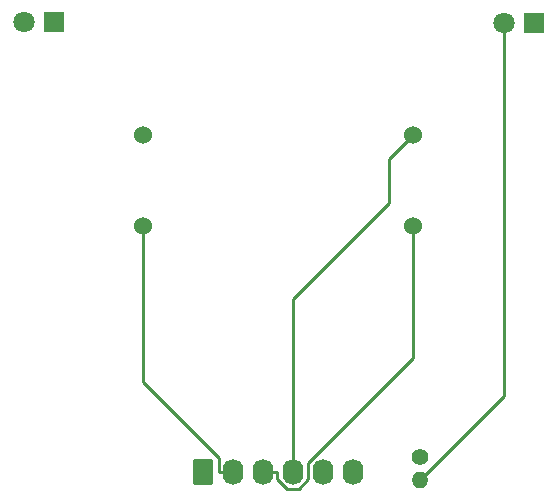
<source format=gbr>
%TF.GenerationSoftware,KiCad,Pcbnew,(6.0.7-1)-1*%
%TF.CreationDate,2023-11-11T10:51:09+10:00*%
%TF.ProjectId,Simmeters Small Engine Replacement,53696d6d-6574-4657-9273-20536d616c6c,rev?*%
%TF.SameCoordinates,Original*%
%TF.FileFunction,Copper,L1,Top*%
%TF.FilePolarity,Positive*%
%FSLAX46Y46*%
G04 Gerber Fmt 4.6, Leading zero omitted, Abs format (unit mm)*
G04 Created by KiCad (PCBNEW (6.0.7-1)-1) date 2023-11-11 10:51:09*
%MOMM*%
%LPD*%
G01*
G04 APERTURE LIST*
G04 Aperture macros list*
%AMRoundRect*
0 Rectangle with rounded corners*
0 $1 Rounding radius*
0 $2 $3 $4 $5 $6 $7 $8 $9 X,Y pos of 4 corners*
0 Add a 4 corners polygon primitive as box body*
4,1,4,$2,$3,$4,$5,$6,$7,$8,$9,$2,$3,0*
0 Add four circle primitives for the rounded corners*
1,1,$1+$1,$2,$3*
1,1,$1+$1,$4,$5*
1,1,$1+$1,$6,$7*
1,1,$1+$1,$8,$9*
0 Add four rect primitives between the rounded corners*
20,1,$1+$1,$2,$3,$4,$5,0*
20,1,$1+$1,$4,$5,$6,$7,0*
20,1,$1+$1,$6,$7,$8,$9,0*
20,1,$1+$1,$8,$9,$2,$3,0*%
G04 Aperture macros list end*
%TA.AperFunction,ComponentPad*%
%ADD10C,1.524000*%
%TD*%
%TA.AperFunction,ComponentPad*%
%ADD11C,1.400000*%
%TD*%
%TA.AperFunction,ComponentPad*%
%ADD12O,1.400000X1.400000*%
%TD*%
%TA.AperFunction,ComponentPad*%
%ADD13RoundRect,0.250000X-0.620000X-0.845000X0.620000X-0.845000X0.620000X0.845000X-0.620000X0.845000X0*%
%TD*%
%TA.AperFunction,ComponentPad*%
%ADD14O,1.740000X2.190000*%
%TD*%
%TA.AperFunction,ComponentPad*%
%ADD15C,1.800000*%
%TD*%
%TA.AperFunction,ComponentPad*%
%ADD16R,1.800000X1.800000*%
%TD*%
%TA.AperFunction,Conductor*%
%ADD17C,0.250000*%
%TD*%
G04 APERTURE END LIST*
D10*
%TO.P,M1,1*%
%TO.N,/COIL1*%
X168575500Y-90161900D03*
%TO.P,M1,2,-*%
%TO.N,/COIL2*%
X168575500Y-97861900D03*
%TO.P,M1,3*%
%TO.N,/COIL3*%
X191425500Y-97861900D03*
%TO.P,M1,4*%
%TO.N,/COIL4*%
X191425500Y-90161900D03*
%TD*%
D11*
%TO.P,R1,1*%
%TO.N,/BACKLIGHT_+12V*%
X192015500Y-117439600D03*
D12*
%TO.P,R1,2*%
%TO.N,Net-(D1-Pad2)*%
X192015500Y-119339600D03*
%TD*%
D13*
%TO.P,J1,1,Pin_1*%
%TO.N,/COIL1*%
X173635500Y-118664600D03*
D14*
%TO.P,J1,2,Pin_2*%
%TO.N,/COIL2*%
X176175500Y-118664600D03*
%TO.P,J1,3,Pin_3*%
%TO.N,/COIL3*%
X178715500Y-118664600D03*
%TO.P,J1,4,Pin_4*%
%TO.N,/COIL4*%
X181255500Y-118664600D03*
%TO.P,J1,5,Pin_5*%
%TO.N,/BACKLIGHT_+12V*%
X183795500Y-118664600D03*
%TO.P,J1,6,Pin_6*%
%TO.N,/BACKLIGHT_GND*%
X186335500Y-118664600D03*
%TD*%
D15*
%TO.P,D2,2,A*%
%TO.N,Net-(D1-Pad1)*%
X158470500Y-80614600D03*
D16*
%TO.P,D2,1,K*%
%TO.N,/BACKLIGHT_GND*%
X161010500Y-80614600D03*
%TD*%
%TO.P,D1,1,K*%
%TO.N,Net-(D1-Pad1)*%
X201665500Y-80684600D03*
D15*
%TO.P,D1,2,A*%
%TO.N,Net-(D1-Pad2)*%
X199125500Y-80684600D03*
%TD*%
D17*
%TO.N,Net-(D1-Pad2)*%
X199125500Y-112229600D02*
X192015500Y-119339600D01*
X199125500Y-80684600D02*
X199125500Y-112229600D01*
%TO.N,/COIL3*%
X191425500Y-109050100D02*
X191425500Y-97861900D01*
X182525500Y-117950100D02*
X191425500Y-109050100D01*
X182525500Y-119323200D02*
X182525500Y-117950100D01*
X181752600Y-120096100D02*
X182525500Y-119323200D01*
X180744700Y-120096100D02*
X181752600Y-120096100D01*
X179910800Y-119262200D02*
X180744700Y-120096100D01*
X179910800Y-118664600D02*
X179910800Y-119262200D01*
X178715500Y-118664600D02*
X179910800Y-118664600D01*
%TO.N,/COIL4*%
X189368200Y-92219200D02*
X191425500Y-90161900D01*
X189368200Y-95922600D02*
X189368200Y-92219200D01*
X181255500Y-104035300D02*
X189368200Y-95922600D01*
X181255500Y-118664600D02*
X181255500Y-104035300D01*
%TO.N,/COIL2*%
X168575500Y-111064600D02*
X168575500Y-97861900D01*
X174980200Y-117469300D02*
X168575500Y-111064600D01*
X174980200Y-118664600D02*
X174980200Y-117469300D01*
X176175500Y-118664600D02*
X174980200Y-118664600D01*
%TD*%
M02*

</source>
